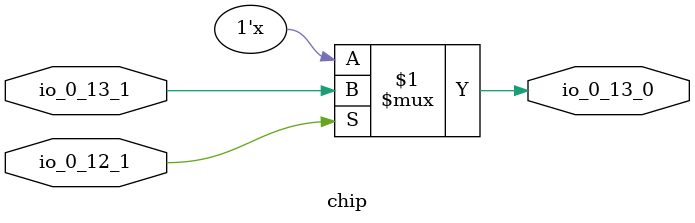
<source format=v>

module chip (input io_0_13_1, input io_0_12_1, output io_0_13_0);

wire io_0_13_1, io_0_12_1, io_0_13_0;

// IO Cell (0, 13, 0)
assign io_0_13_0 = io_0_12_1 ? io_0_13_1 : 1'bz;


endmodule


</source>
